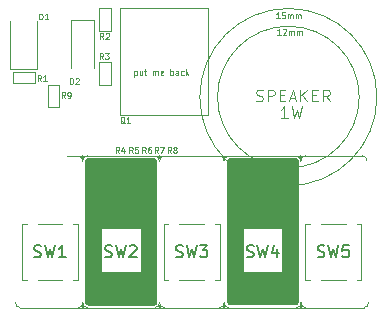
<source format=gbr>
%TF.GenerationSoftware,KiCad,Pcbnew,8.0.7*%
%TF.CreationDate,2025-01-07T22:37:39-03:00*%
%TF.ProjectId,organator,6f726761-6e61-4746-9f72-2e6b69636164,rev?*%
%TF.SameCoordinates,Original*%
%TF.FileFunction,Legend,Top*%
%TF.FilePolarity,Positive*%
%FSLAX46Y46*%
G04 Gerber Fmt 4.6, Leading zero omitted, Abs format (unit mm)*
G04 Created by KiCad (PCBNEW 8.0.7) date 2025-01-07 22:37:39*
%MOMM*%
%LPD*%
G01*
G04 APERTURE LIST*
%ADD10C,0.100000*%
%ADD11C,0.150000*%
%ADD12C,0.125000*%
%ADD13C,0.120000*%
G04 APERTURE END LIST*
D10*
X110508579Y-116475000D02*
X111808579Y-116475000D01*
X111808579Y-120250000D01*
X110508579Y-120250000D01*
X110508579Y-116475000D01*
G36*
X110508579Y-116475000D02*
G01*
X111808579Y-116475000D01*
X111808579Y-120250000D01*
X110508579Y-120250000D01*
X110508579Y-116475000D01*
G37*
X116275000Y-110550000D02*
G75*
G02*
X116475000Y-110750000I0J-200000D01*
G01*
X128475000Y-122712500D02*
G75*
G02*
X128275000Y-122912500I-200000J0D01*
G01*
X110450000Y-122750000D02*
X110450000Y-110750000D01*
X110508579Y-120175000D02*
X116400000Y-120175000D01*
X116400000Y-122891421D01*
X110508579Y-122891421D01*
X110508579Y-120175000D01*
G36*
X110508579Y-120175000D02*
G01*
X116400000Y-120175000D01*
X116400000Y-122891421D01*
X110508579Y-122891421D01*
X110508579Y-120175000D01*
G37*
X110625000Y-122925000D02*
G75*
G02*
X110448200Y-122748231I0J176800D01*
G01*
X128294304Y-110329897D02*
G75*
G02*
X128697797Y-110788779I-17704J-422403D01*
G01*
X116736184Y-122730227D02*
G75*
G02*
X116332743Y-123189088I-421184J-36473D01*
G01*
X110508579Y-110608579D02*
X116375000Y-110608579D01*
X116375000Y-116475000D01*
X110508579Y-116475000D01*
X110508579Y-110608579D01*
G36*
X110508579Y-110608579D02*
G01*
X116375000Y-110608579D01*
X116375000Y-116475000D01*
X110508579Y-116475000D01*
X110508579Y-110608579D01*
G37*
X134075000Y-123200000D02*
X104925000Y-123200000D01*
X116475000Y-110750000D02*
X116475000Y-122725000D01*
X110236184Y-122734370D02*
G75*
G02*
X109832746Y-123193293I-421184J-36530D01*
G01*
X104950000Y-123200000D02*
G75*
G02*
X104546506Y-122741118I17700J422400D01*
G01*
X128475000Y-110737500D02*
X128475000Y-122712500D01*
X115125000Y-116462500D02*
X116425000Y-116462500D01*
X116425000Y-120237500D01*
X115125000Y-120237500D01*
X115125000Y-116462500D01*
G36*
X115125000Y-116462500D02*
G01*
X116425000Y-116462500D01*
X116425000Y-120237500D01*
X115125000Y-120237500D01*
X115125000Y-116462500D01*
G37*
X110650000Y-110550000D02*
X116275000Y-110550000D01*
X108925000Y-110325000D02*
X133900000Y-110325000D01*
X122605696Y-123190960D02*
G75*
G02*
X122202249Y-122732082I17704J422360D01*
G01*
X133901804Y-110329897D02*
G75*
G02*
X134305297Y-110788779I-17704J-422403D01*
G01*
D11*
X116807500Y-110425000D02*
G75*
G02*
X116657500Y-110425000I-75000J0D01*
G01*
X116657500Y-110425000D02*
G75*
G02*
X116807500Y-110425000I75000J0D01*
G01*
D10*
X122450000Y-110737500D02*
G75*
G02*
X122650000Y-110537500I200000J0D01*
G01*
X128275000Y-122912500D02*
X122650000Y-122912500D01*
X116275000Y-122925000D02*
X110650000Y-122925000D01*
X135140000Y-105350000D02*
G75*
G02*
X120140000Y-105350000I-7500000J0D01*
G01*
X120140000Y-105350000D02*
G75*
G02*
X135140000Y-105350000I7500000J0D01*
G01*
X122450000Y-122737500D02*
X122450000Y-110737500D01*
D11*
X110307500Y-123095857D02*
G75*
G02*
X110157500Y-123095857I-75000J0D01*
G01*
X110157500Y-123095857D02*
G75*
G02*
X110307500Y-123095857I75000J0D01*
G01*
D10*
X116728816Y-110786487D02*
G75*
G02*
X117132256Y-110327611I421184J36487D01*
G01*
X122508579Y-116462500D02*
X123808579Y-116462500D01*
X123808579Y-120237500D01*
X122508579Y-120237500D01*
X122508579Y-116462500D01*
G36*
X122508579Y-116462500D02*
G01*
X123808579Y-116462500D01*
X123808579Y-120237500D01*
X122508579Y-120237500D01*
X122508579Y-116462500D01*
G37*
X129113196Y-123190960D02*
G75*
G02*
X128709749Y-122732082I17704J422360D01*
G01*
X127125000Y-116450000D02*
X128425000Y-116450000D01*
X128425000Y-120225000D01*
X127125000Y-120225000D01*
X127125000Y-116450000D01*
G36*
X127125000Y-116450000D02*
G01*
X128425000Y-116450000D01*
X128425000Y-120225000D01*
X127125000Y-120225000D01*
X127125000Y-116450000D01*
G37*
D11*
X116807500Y-123091714D02*
G75*
G02*
X116657500Y-123091714I-75000J0D01*
G01*
X116657500Y-123091714D02*
G75*
G02*
X116807500Y-123091714I75000J0D01*
G01*
D10*
X134428684Y-122734369D02*
G75*
G02*
X134025246Y-123193293I-421184J-36531D01*
G01*
X110221316Y-110786487D02*
G75*
G02*
X110624756Y-110327611I421184J36487D01*
G01*
X109819304Y-110329897D02*
G75*
G02*
X110222797Y-110788779I-17704J-422403D01*
G01*
X117138196Y-123186817D02*
G75*
G02*
X116734688Y-122727934I17704J422417D01*
G01*
D11*
X128782500Y-123095857D02*
G75*
G02*
X128632500Y-123095857I-75000J0D01*
G01*
X128632500Y-123095857D02*
G75*
G02*
X128782500Y-123095857I75000J0D01*
G01*
D10*
X121794304Y-110334040D02*
G75*
G02*
X122197751Y-110792918I-17704J-422360D01*
G01*
X122196316Y-110790630D02*
G75*
G02*
X122599754Y-110331707I421184J36530D01*
G01*
X133640000Y-105350000D02*
G75*
G02*
X121640000Y-105350000I-6000000J0D01*
G01*
X121640000Y-105350000D02*
G75*
G02*
X133640000Y-105350000I6000000J0D01*
G01*
X110638196Y-123190960D02*
G75*
G02*
X110234749Y-122732082I17704J422360D01*
G01*
X128696316Y-110786487D02*
G75*
G02*
X129099756Y-110327611I421184J36487D01*
G01*
D11*
X128775000Y-110425000D02*
G75*
G02*
X128625000Y-110425000I-75000J0D01*
G01*
X128625000Y-110425000D02*
G75*
G02*
X128775000Y-110425000I75000J0D01*
G01*
D10*
X128711184Y-122734370D02*
G75*
G02*
X128307746Y-123193293I-421184J-36530D01*
G01*
X122508579Y-120162500D02*
X128400000Y-120162500D01*
X128400000Y-122878921D01*
X122508579Y-122878921D01*
X122508579Y-120162500D01*
G36*
X122508579Y-120162500D02*
G01*
X128400000Y-120162500D01*
X128400000Y-122878921D01*
X122508579Y-122878921D01*
X122508579Y-120162500D01*
G37*
D11*
X122275000Y-123095857D02*
G75*
G02*
X122125000Y-123095857I-75000J0D01*
G01*
X122125000Y-123095857D02*
G75*
G02*
X122275000Y-123095857I75000J0D01*
G01*
D10*
X122508579Y-110596079D02*
X128375000Y-110596079D01*
X128375000Y-116462500D01*
X122508579Y-116462500D01*
X122508579Y-110596079D01*
G36*
X122508579Y-110596079D02*
G01*
X128375000Y-110596079D01*
X128375000Y-116462500D01*
X122508579Y-116462500D01*
X122508579Y-110596079D01*
G37*
X116326804Y-110329897D02*
G75*
G02*
X116730297Y-110788779I-17704J-422403D01*
G01*
X122625000Y-122912500D02*
G75*
G02*
X122448200Y-122735731I0J176800D01*
G01*
X110450000Y-110750000D02*
G75*
G02*
X110650000Y-110550000I200000J0D01*
G01*
X122650000Y-110537500D02*
X128275000Y-110537500D01*
X128275000Y-110537500D02*
G75*
G02*
X128475000Y-110737500I0J-200000D01*
G01*
X116475000Y-122725000D02*
G75*
G02*
X116275000Y-122925000I-200000J0D01*
G01*
X122203684Y-122734370D02*
G75*
G02*
X121800246Y-123193293I-421184J-36530D01*
G01*
D11*
X110300000Y-110425000D02*
G75*
G02*
X110150000Y-110425000I-75000J0D01*
G01*
X110150000Y-110425000D02*
G75*
G02*
X110300000Y-110425000I75000J0D01*
G01*
X122275000Y-110429143D02*
G75*
G02*
X122125000Y-110429143I-75000J0D01*
G01*
X122125000Y-110429143D02*
G75*
G02*
X122275000Y-110429143I75000J0D01*
G01*
D12*
X115561997Y-110082309D02*
X115395331Y-109844214D01*
X115276283Y-110082309D02*
X115276283Y-109582309D01*
X115276283Y-109582309D02*
X115466759Y-109582309D01*
X115466759Y-109582309D02*
X115514378Y-109606119D01*
X115514378Y-109606119D02*
X115538188Y-109629928D01*
X115538188Y-109629928D02*
X115561997Y-109677547D01*
X115561997Y-109677547D02*
X115561997Y-109748976D01*
X115561997Y-109748976D02*
X115538188Y-109796595D01*
X115538188Y-109796595D02*
X115514378Y-109820404D01*
X115514378Y-109820404D02*
X115466759Y-109844214D01*
X115466759Y-109844214D02*
X115276283Y-109844214D01*
X115990569Y-109582309D02*
X115895331Y-109582309D01*
X115895331Y-109582309D02*
X115847712Y-109606119D01*
X115847712Y-109606119D02*
X115823902Y-109629928D01*
X115823902Y-109629928D02*
X115776283Y-109701357D01*
X115776283Y-109701357D02*
X115752474Y-109796595D01*
X115752474Y-109796595D02*
X115752474Y-109987071D01*
X115752474Y-109987071D02*
X115776283Y-110034690D01*
X115776283Y-110034690D02*
X115800093Y-110058500D01*
X115800093Y-110058500D02*
X115847712Y-110082309D01*
X115847712Y-110082309D02*
X115942950Y-110082309D01*
X115942950Y-110082309D02*
X115990569Y-110058500D01*
X115990569Y-110058500D02*
X116014378Y-110034690D01*
X116014378Y-110034690D02*
X116038188Y-109987071D01*
X116038188Y-109987071D02*
X116038188Y-109868023D01*
X116038188Y-109868023D02*
X116014378Y-109820404D01*
X116014378Y-109820404D02*
X115990569Y-109796595D01*
X115990569Y-109796595D02*
X115942950Y-109772785D01*
X115942950Y-109772785D02*
X115847712Y-109772785D01*
X115847712Y-109772785D02*
X115800093Y-109796595D01*
X115800093Y-109796595D02*
X115776283Y-109820404D01*
X115776283Y-109820404D02*
X115752474Y-109868023D01*
X113311997Y-110082309D02*
X113145331Y-109844214D01*
X113026283Y-110082309D02*
X113026283Y-109582309D01*
X113026283Y-109582309D02*
X113216759Y-109582309D01*
X113216759Y-109582309D02*
X113264378Y-109606119D01*
X113264378Y-109606119D02*
X113288188Y-109629928D01*
X113288188Y-109629928D02*
X113311997Y-109677547D01*
X113311997Y-109677547D02*
X113311997Y-109748976D01*
X113311997Y-109748976D02*
X113288188Y-109796595D01*
X113288188Y-109796595D02*
X113264378Y-109820404D01*
X113264378Y-109820404D02*
X113216759Y-109844214D01*
X113216759Y-109844214D02*
X113026283Y-109844214D01*
X113740569Y-109748976D02*
X113740569Y-110082309D01*
X113621521Y-109558500D02*
X113502474Y-109915642D01*
X113502474Y-109915642D02*
X113811997Y-109915642D01*
D10*
X127577693Y-107122419D02*
X127006265Y-107122419D01*
X127291979Y-107122419D02*
X127291979Y-106122419D01*
X127291979Y-106122419D02*
X127196741Y-106265276D01*
X127196741Y-106265276D02*
X127101503Y-106360514D01*
X127101503Y-106360514D02*
X127006265Y-106408133D01*
X127911027Y-106122419D02*
X128149122Y-107122419D01*
X128149122Y-107122419D02*
X128339598Y-106408133D01*
X128339598Y-106408133D02*
X128530074Y-107122419D01*
X128530074Y-107122419D02*
X128768170Y-106122419D01*
D12*
X106686997Y-103982309D02*
X106520331Y-103744214D01*
X106401283Y-103982309D02*
X106401283Y-103482309D01*
X106401283Y-103482309D02*
X106591759Y-103482309D01*
X106591759Y-103482309D02*
X106639378Y-103506119D01*
X106639378Y-103506119D02*
X106663188Y-103529928D01*
X106663188Y-103529928D02*
X106686997Y-103577547D01*
X106686997Y-103577547D02*
X106686997Y-103648976D01*
X106686997Y-103648976D02*
X106663188Y-103696595D01*
X106663188Y-103696595D02*
X106639378Y-103720404D01*
X106639378Y-103720404D02*
X106591759Y-103744214D01*
X106591759Y-103744214D02*
X106401283Y-103744214D01*
X107163188Y-103982309D02*
X106877474Y-103982309D01*
X107020331Y-103982309D02*
X107020331Y-103482309D01*
X107020331Y-103482309D02*
X106972712Y-103553738D01*
X106972712Y-103553738D02*
X106925093Y-103601357D01*
X106925093Y-103601357D02*
X106877474Y-103625166D01*
X109151283Y-104232309D02*
X109151283Y-103732309D01*
X109151283Y-103732309D02*
X109270331Y-103732309D01*
X109270331Y-103732309D02*
X109341759Y-103756119D01*
X109341759Y-103756119D02*
X109389378Y-103803738D01*
X109389378Y-103803738D02*
X109413188Y-103851357D01*
X109413188Y-103851357D02*
X109436997Y-103946595D01*
X109436997Y-103946595D02*
X109436997Y-104018023D01*
X109436997Y-104018023D02*
X109413188Y-104113261D01*
X109413188Y-104113261D02*
X109389378Y-104160880D01*
X109389378Y-104160880D02*
X109341759Y-104208500D01*
X109341759Y-104208500D02*
X109270331Y-104232309D01*
X109270331Y-104232309D02*
X109151283Y-104232309D01*
X109627474Y-103779928D02*
X109651283Y-103756119D01*
X109651283Y-103756119D02*
X109698902Y-103732309D01*
X109698902Y-103732309D02*
X109817950Y-103732309D01*
X109817950Y-103732309D02*
X109865569Y-103756119D01*
X109865569Y-103756119D02*
X109889378Y-103779928D01*
X109889378Y-103779928D02*
X109913188Y-103827547D01*
X109913188Y-103827547D02*
X109913188Y-103875166D01*
X109913188Y-103875166D02*
X109889378Y-103946595D01*
X109889378Y-103946595D02*
X109603664Y-104232309D01*
X109603664Y-104232309D02*
X109913188Y-104232309D01*
X111986997Y-100432309D02*
X111820331Y-100194214D01*
X111701283Y-100432309D02*
X111701283Y-99932309D01*
X111701283Y-99932309D02*
X111891759Y-99932309D01*
X111891759Y-99932309D02*
X111939378Y-99956119D01*
X111939378Y-99956119D02*
X111963188Y-99979928D01*
X111963188Y-99979928D02*
X111986997Y-100027547D01*
X111986997Y-100027547D02*
X111986997Y-100098976D01*
X111986997Y-100098976D02*
X111963188Y-100146595D01*
X111963188Y-100146595D02*
X111939378Y-100170404D01*
X111939378Y-100170404D02*
X111891759Y-100194214D01*
X111891759Y-100194214D02*
X111701283Y-100194214D01*
X112177474Y-99979928D02*
X112201283Y-99956119D01*
X112201283Y-99956119D02*
X112248902Y-99932309D01*
X112248902Y-99932309D02*
X112367950Y-99932309D01*
X112367950Y-99932309D02*
X112415569Y-99956119D01*
X112415569Y-99956119D02*
X112439378Y-99979928D01*
X112439378Y-99979928D02*
X112463188Y-100027547D01*
X112463188Y-100027547D02*
X112463188Y-100075166D01*
X112463188Y-100075166D02*
X112439378Y-100146595D01*
X112439378Y-100146595D02*
X112153664Y-100432309D01*
X112153664Y-100432309D02*
X112463188Y-100432309D01*
X111936997Y-102132309D02*
X111770331Y-101894214D01*
X111651283Y-102132309D02*
X111651283Y-101632309D01*
X111651283Y-101632309D02*
X111841759Y-101632309D01*
X111841759Y-101632309D02*
X111889378Y-101656119D01*
X111889378Y-101656119D02*
X111913188Y-101679928D01*
X111913188Y-101679928D02*
X111936997Y-101727547D01*
X111936997Y-101727547D02*
X111936997Y-101798976D01*
X111936997Y-101798976D02*
X111913188Y-101846595D01*
X111913188Y-101846595D02*
X111889378Y-101870404D01*
X111889378Y-101870404D02*
X111841759Y-101894214D01*
X111841759Y-101894214D02*
X111651283Y-101894214D01*
X112103664Y-101632309D02*
X112413188Y-101632309D01*
X112413188Y-101632309D02*
X112246521Y-101822785D01*
X112246521Y-101822785D02*
X112317950Y-101822785D01*
X112317950Y-101822785D02*
X112365569Y-101846595D01*
X112365569Y-101846595D02*
X112389378Y-101870404D01*
X112389378Y-101870404D02*
X112413188Y-101918023D01*
X112413188Y-101918023D02*
X112413188Y-102037071D01*
X112413188Y-102037071D02*
X112389378Y-102084690D01*
X112389378Y-102084690D02*
X112365569Y-102108500D01*
X112365569Y-102108500D02*
X112317950Y-102132309D01*
X112317950Y-102132309D02*
X112175093Y-102132309D01*
X112175093Y-102132309D02*
X112127474Y-102108500D01*
X112127474Y-102108500D02*
X112103664Y-102084690D01*
D10*
X126996741Y-100058609D02*
X126711027Y-100058609D01*
X126853884Y-100058609D02*
X126853884Y-99558609D01*
X126853884Y-99558609D02*
X126806265Y-99630038D01*
X126806265Y-99630038D02*
X126758646Y-99677657D01*
X126758646Y-99677657D02*
X126711027Y-99701466D01*
X127187217Y-99606228D02*
X127211026Y-99582419D01*
X127211026Y-99582419D02*
X127258645Y-99558609D01*
X127258645Y-99558609D02*
X127377693Y-99558609D01*
X127377693Y-99558609D02*
X127425312Y-99582419D01*
X127425312Y-99582419D02*
X127449121Y-99606228D01*
X127449121Y-99606228D02*
X127472931Y-99653847D01*
X127472931Y-99653847D02*
X127472931Y-99701466D01*
X127472931Y-99701466D02*
X127449121Y-99772895D01*
X127449121Y-99772895D02*
X127163407Y-100058609D01*
X127163407Y-100058609D02*
X127472931Y-100058609D01*
X127687216Y-100058609D02*
X127687216Y-99725276D01*
X127687216Y-99772895D02*
X127711026Y-99749085D01*
X127711026Y-99749085D02*
X127758645Y-99725276D01*
X127758645Y-99725276D02*
X127830073Y-99725276D01*
X127830073Y-99725276D02*
X127877692Y-99749085D01*
X127877692Y-99749085D02*
X127901502Y-99796704D01*
X127901502Y-99796704D02*
X127901502Y-100058609D01*
X127901502Y-99796704D02*
X127925311Y-99749085D01*
X127925311Y-99749085D02*
X127972930Y-99725276D01*
X127972930Y-99725276D02*
X128044359Y-99725276D01*
X128044359Y-99725276D02*
X128091978Y-99749085D01*
X128091978Y-99749085D02*
X128115788Y-99796704D01*
X128115788Y-99796704D02*
X128115788Y-100058609D01*
X128353883Y-100058609D02*
X128353883Y-99725276D01*
X128353883Y-99772895D02*
X128377693Y-99749085D01*
X128377693Y-99749085D02*
X128425312Y-99725276D01*
X128425312Y-99725276D02*
X128496740Y-99725276D01*
X128496740Y-99725276D02*
X128544359Y-99749085D01*
X128544359Y-99749085D02*
X128568169Y-99796704D01*
X128568169Y-99796704D02*
X128568169Y-100058609D01*
X128568169Y-99796704D02*
X128591978Y-99749085D01*
X128591978Y-99749085D02*
X128639597Y-99725276D01*
X128639597Y-99725276D02*
X128711026Y-99725276D01*
X128711026Y-99725276D02*
X128758645Y-99749085D01*
X128758645Y-99749085D02*
X128782455Y-99796704D01*
X128782455Y-99796704D02*
X128782455Y-100058609D01*
D12*
X108736997Y-105432309D02*
X108570331Y-105194214D01*
X108451283Y-105432309D02*
X108451283Y-104932309D01*
X108451283Y-104932309D02*
X108641759Y-104932309D01*
X108641759Y-104932309D02*
X108689378Y-104956119D01*
X108689378Y-104956119D02*
X108713188Y-104979928D01*
X108713188Y-104979928D02*
X108736997Y-105027547D01*
X108736997Y-105027547D02*
X108736997Y-105098976D01*
X108736997Y-105098976D02*
X108713188Y-105146595D01*
X108713188Y-105146595D02*
X108689378Y-105170404D01*
X108689378Y-105170404D02*
X108641759Y-105194214D01*
X108641759Y-105194214D02*
X108451283Y-105194214D01*
X108975093Y-105432309D02*
X109070331Y-105432309D01*
X109070331Y-105432309D02*
X109117950Y-105408500D01*
X109117950Y-105408500D02*
X109141759Y-105384690D01*
X109141759Y-105384690D02*
X109189378Y-105313261D01*
X109189378Y-105313261D02*
X109213188Y-105218023D01*
X109213188Y-105218023D02*
X109213188Y-105027547D01*
X109213188Y-105027547D02*
X109189378Y-104979928D01*
X109189378Y-104979928D02*
X109165569Y-104956119D01*
X109165569Y-104956119D02*
X109117950Y-104932309D01*
X109117950Y-104932309D02*
X109022712Y-104932309D01*
X109022712Y-104932309D02*
X108975093Y-104956119D01*
X108975093Y-104956119D02*
X108951283Y-104979928D01*
X108951283Y-104979928D02*
X108927474Y-105027547D01*
X108927474Y-105027547D02*
X108927474Y-105146595D01*
X108927474Y-105146595D02*
X108951283Y-105194214D01*
X108951283Y-105194214D02*
X108975093Y-105218023D01*
X108975093Y-105218023D02*
X109022712Y-105241833D01*
X109022712Y-105241833D02*
X109117950Y-105241833D01*
X109117950Y-105241833D02*
X109165569Y-105218023D01*
X109165569Y-105218023D02*
X109189378Y-105194214D01*
X109189378Y-105194214D02*
X109213188Y-105146595D01*
X114461997Y-110082309D02*
X114295331Y-109844214D01*
X114176283Y-110082309D02*
X114176283Y-109582309D01*
X114176283Y-109582309D02*
X114366759Y-109582309D01*
X114366759Y-109582309D02*
X114414378Y-109606119D01*
X114414378Y-109606119D02*
X114438188Y-109629928D01*
X114438188Y-109629928D02*
X114461997Y-109677547D01*
X114461997Y-109677547D02*
X114461997Y-109748976D01*
X114461997Y-109748976D02*
X114438188Y-109796595D01*
X114438188Y-109796595D02*
X114414378Y-109820404D01*
X114414378Y-109820404D02*
X114366759Y-109844214D01*
X114366759Y-109844214D02*
X114176283Y-109844214D01*
X114914378Y-109582309D02*
X114676283Y-109582309D01*
X114676283Y-109582309D02*
X114652474Y-109820404D01*
X114652474Y-109820404D02*
X114676283Y-109796595D01*
X114676283Y-109796595D02*
X114723902Y-109772785D01*
X114723902Y-109772785D02*
X114842950Y-109772785D01*
X114842950Y-109772785D02*
X114890569Y-109796595D01*
X114890569Y-109796595D02*
X114914378Y-109820404D01*
X114914378Y-109820404D02*
X114938188Y-109868023D01*
X114938188Y-109868023D02*
X114938188Y-109987071D01*
X114938188Y-109987071D02*
X114914378Y-110034690D01*
X114914378Y-110034690D02*
X114890569Y-110058500D01*
X114890569Y-110058500D02*
X114842950Y-110082309D01*
X114842950Y-110082309D02*
X114723902Y-110082309D01*
X114723902Y-110082309D02*
X114676283Y-110058500D01*
X114676283Y-110058500D02*
X114652474Y-110034690D01*
X116611997Y-110082309D02*
X116445331Y-109844214D01*
X116326283Y-110082309D02*
X116326283Y-109582309D01*
X116326283Y-109582309D02*
X116516759Y-109582309D01*
X116516759Y-109582309D02*
X116564378Y-109606119D01*
X116564378Y-109606119D02*
X116588188Y-109629928D01*
X116588188Y-109629928D02*
X116611997Y-109677547D01*
X116611997Y-109677547D02*
X116611997Y-109748976D01*
X116611997Y-109748976D02*
X116588188Y-109796595D01*
X116588188Y-109796595D02*
X116564378Y-109820404D01*
X116564378Y-109820404D02*
X116516759Y-109844214D01*
X116516759Y-109844214D02*
X116326283Y-109844214D01*
X116778664Y-109582309D02*
X117111997Y-109582309D01*
X117111997Y-109582309D02*
X116897712Y-110082309D01*
X114601283Y-103148976D02*
X114601283Y-103648976D01*
X114601283Y-103172785D02*
X114648902Y-103148976D01*
X114648902Y-103148976D02*
X114744140Y-103148976D01*
X114744140Y-103148976D02*
X114791759Y-103172785D01*
X114791759Y-103172785D02*
X114815569Y-103196595D01*
X114815569Y-103196595D02*
X114839378Y-103244214D01*
X114839378Y-103244214D02*
X114839378Y-103387071D01*
X114839378Y-103387071D02*
X114815569Y-103434690D01*
X114815569Y-103434690D02*
X114791759Y-103458500D01*
X114791759Y-103458500D02*
X114744140Y-103482309D01*
X114744140Y-103482309D02*
X114648902Y-103482309D01*
X114648902Y-103482309D02*
X114601283Y-103458500D01*
X115267950Y-103148976D02*
X115267950Y-103482309D01*
X115053664Y-103148976D02*
X115053664Y-103410880D01*
X115053664Y-103410880D02*
X115077474Y-103458500D01*
X115077474Y-103458500D02*
X115125093Y-103482309D01*
X115125093Y-103482309D02*
X115196521Y-103482309D01*
X115196521Y-103482309D02*
X115244140Y-103458500D01*
X115244140Y-103458500D02*
X115267950Y-103434690D01*
X115434617Y-103148976D02*
X115625093Y-103148976D01*
X115506045Y-102982309D02*
X115506045Y-103410880D01*
X115506045Y-103410880D02*
X115529855Y-103458500D01*
X115529855Y-103458500D02*
X115577474Y-103482309D01*
X115577474Y-103482309D02*
X115625093Y-103482309D01*
X116172711Y-103482309D02*
X116172711Y-103148976D01*
X116172711Y-103196595D02*
X116196521Y-103172785D01*
X116196521Y-103172785D02*
X116244140Y-103148976D01*
X116244140Y-103148976D02*
X116315568Y-103148976D01*
X116315568Y-103148976D02*
X116363187Y-103172785D01*
X116363187Y-103172785D02*
X116386997Y-103220404D01*
X116386997Y-103220404D02*
X116386997Y-103482309D01*
X116386997Y-103220404D02*
X116410806Y-103172785D01*
X116410806Y-103172785D02*
X116458425Y-103148976D01*
X116458425Y-103148976D02*
X116529854Y-103148976D01*
X116529854Y-103148976D02*
X116577473Y-103172785D01*
X116577473Y-103172785D02*
X116601283Y-103220404D01*
X116601283Y-103220404D02*
X116601283Y-103482309D01*
X117029854Y-103458500D02*
X116982235Y-103482309D01*
X116982235Y-103482309D02*
X116886997Y-103482309D01*
X116886997Y-103482309D02*
X116839378Y-103458500D01*
X116839378Y-103458500D02*
X116815569Y-103410880D01*
X116815569Y-103410880D02*
X116815569Y-103220404D01*
X116815569Y-103220404D02*
X116839378Y-103172785D01*
X116839378Y-103172785D02*
X116886997Y-103148976D01*
X116886997Y-103148976D02*
X116982235Y-103148976D01*
X116982235Y-103148976D02*
X117029854Y-103172785D01*
X117029854Y-103172785D02*
X117053664Y-103220404D01*
X117053664Y-103220404D02*
X117053664Y-103268023D01*
X117053664Y-103268023D02*
X116815569Y-103315642D01*
X117648901Y-103482309D02*
X117648901Y-102982309D01*
X117648901Y-103172785D02*
X117696520Y-103148976D01*
X117696520Y-103148976D02*
X117791758Y-103148976D01*
X117791758Y-103148976D02*
X117839377Y-103172785D01*
X117839377Y-103172785D02*
X117863187Y-103196595D01*
X117863187Y-103196595D02*
X117886996Y-103244214D01*
X117886996Y-103244214D02*
X117886996Y-103387071D01*
X117886996Y-103387071D02*
X117863187Y-103434690D01*
X117863187Y-103434690D02*
X117839377Y-103458500D01*
X117839377Y-103458500D02*
X117791758Y-103482309D01*
X117791758Y-103482309D02*
X117696520Y-103482309D01*
X117696520Y-103482309D02*
X117648901Y-103458500D01*
X118315568Y-103482309D02*
X118315568Y-103220404D01*
X118315568Y-103220404D02*
X118291758Y-103172785D01*
X118291758Y-103172785D02*
X118244139Y-103148976D01*
X118244139Y-103148976D02*
X118148901Y-103148976D01*
X118148901Y-103148976D02*
X118101282Y-103172785D01*
X118315568Y-103458500D02*
X118267949Y-103482309D01*
X118267949Y-103482309D02*
X118148901Y-103482309D01*
X118148901Y-103482309D02*
X118101282Y-103458500D01*
X118101282Y-103458500D02*
X118077473Y-103410880D01*
X118077473Y-103410880D02*
X118077473Y-103363261D01*
X118077473Y-103363261D02*
X118101282Y-103315642D01*
X118101282Y-103315642D02*
X118148901Y-103291833D01*
X118148901Y-103291833D02*
X118267949Y-103291833D01*
X118267949Y-103291833D02*
X118315568Y-103268023D01*
X118767949Y-103458500D02*
X118720330Y-103482309D01*
X118720330Y-103482309D02*
X118625092Y-103482309D01*
X118625092Y-103482309D02*
X118577473Y-103458500D01*
X118577473Y-103458500D02*
X118553663Y-103434690D01*
X118553663Y-103434690D02*
X118529854Y-103387071D01*
X118529854Y-103387071D02*
X118529854Y-103244214D01*
X118529854Y-103244214D02*
X118553663Y-103196595D01*
X118553663Y-103196595D02*
X118577473Y-103172785D01*
X118577473Y-103172785D02*
X118625092Y-103148976D01*
X118625092Y-103148976D02*
X118720330Y-103148976D01*
X118720330Y-103148976D02*
X118767949Y-103172785D01*
X118982234Y-103482309D02*
X118982234Y-102982309D01*
X119029853Y-103291833D02*
X119172710Y-103482309D01*
X119172710Y-103148976D02*
X118982234Y-103339452D01*
D10*
X124896265Y-105674800D02*
X125039122Y-105722419D01*
X125039122Y-105722419D02*
X125277217Y-105722419D01*
X125277217Y-105722419D02*
X125372455Y-105674800D01*
X125372455Y-105674800D02*
X125420074Y-105627180D01*
X125420074Y-105627180D02*
X125467693Y-105531942D01*
X125467693Y-105531942D02*
X125467693Y-105436704D01*
X125467693Y-105436704D02*
X125420074Y-105341466D01*
X125420074Y-105341466D02*
X125372455Y-105293847D01*
X125372455Y-105293847D02*
X125277217Y-105246228D01*
X125277217Y-105246228D02*
X125086741Y-105198609D01*
X125086741Y-105198609D02*
X124991503Y-105150990D01*
X124991503Y-105150990D02*
X124943884Y-105103371D01*
X124943884Y-105103371D02*
X124896265Y-105008133D01*
X124896265Y-105008133D02*
X124896265Y-104912895D01*
X124896265Y-104912895D02*
X124943884Y-104817657D01*
X124943884Y-104817657D02*
X124991503Y-104770038D01*
X124991503Y-104770038D02*
X125086741Y-104722419D01*
X125086741Y-104722419D02*
X125324836Y-104722419D01*
X125324836Y-104722419D02*
X125467693Y-104770038D01*
X125896265Y-105722419D02*
X125896265Y-104722419D01*
X125896265Y-104722419D02*
X126277217Y-104722419D01*
X126277217Y-104722419D02*
X126372455Y-104770038D01*
X126372455Y-104770038D02*
X126420074Y-104817657D01*
X126420074Y-104817657D02*
X126467693Y-104912895D01*
X126467693Y-104912895D02*
X126467693Y-105055752D01*
X126467693Y-105055752D02*
X126420074Y-105150990D01*
X126420074Y-105150990D02*
X126372455Y-105198609D01*
X126372455Y-105198609D02*
X126277217Y-105246228D01*
X126277217Y-105246228D02*
X125896265Y-105246228D01*
X126896265Y-105198609D02*
X127229598Y-105198609D01*
X127372455Y-105722419D02*
X126896265Y-105722419D01*
X126896265Y-105722419D02*
X126896265Y-104722419D01*
X126896265Y-104722419D02*
X127372455Y-104722419D01*
X127753408Y-105436704D02*
X128229598Y-105436704D01*
X127658170Y-105722419D02*
X127991503Y-104722419D01*
X127991503Y-104722419D02*
X128324836Y-105722419D01*
X128658170Y-105722419D02*
X128658170Y-104722419D01*
X129229598Y-105722419D02*
X128801027Y-105150990D01*
X129229598Y-104722419D02*
X128658170Y-105293847D01*
X129658170Y-105198609D02*
X129991503Y-105198609D01*
X130134360Y-105722419D02*
X129658170Y-105722419D01*
X129658170Y-105722419D02*
X129658170Y-104722419D01*
X129658170Y-104722419D02*
X130134360Y-104722419D01*
X131134360Y-105722419D02*
X130801027Y-105246228D01*
X130562932Y-105722419D02*
X130562932Y-104722419D01*
X130562932Y-104722419D02*
X130943884Y-104722419D01*
X130943884Y-104722419D02*
X131039122Y-104770038D01*
X131039122Y-104770038D02*
X131086741Y-104817657D01*
X131086741Y-104817657D02*
X131134360Y-104912895D01*
X131134360Y-104912895D02*
X131134360Y-105055752D01*
X131134360Y-105055752D02*
X131086741Y-105150990D01*
X131086741Y-105150990D02*
X131039122Y-105198609D01*
X131039122Y-105198609D02*
X130943884Y-105246228D01*
X130943884Y-105246228D02*
X130562932Y-105246228D01*
D12*
X117711997Y-110082309D02*
X117545331Y-109844214D01*
X117426283Y-110082309D02*
X117426283Y-109582309D01*
X117426283Y-109582309D02*
X117616759Y-109582309D01*
X117616759Y-109582309D02*
X117664378Y-109606119D01*
X117664378Y-109606119D02*
X117688188Y-109629928D01*
X117688188Y-109629928D02*
X117711997Y-109677547D01*
X117711997Y-109677547D02*
X117711997Y-109748976D01*
X117711997Y-109748976D02*
X117688188Y-109796595D01*
X117688188Y-109796595D02*
X117664378Y-109820404D01*
X117664378Y-109820404D02*
X117616759Y-109844214D01*
X117616759Y-109844214D02*
X117426283Y-109844214D01*
X117997712Y-109796595D02*
X117950093Y-109772785D01*
X117950093Y-109772785D02*
X117926283Y-109748976D01*
X117926283Y-109748976D02*
X117902474Y-109701357D01*
X117902474Y-109701357D02*
X117902474Y-109677547D01*
X117902474Y-109677547D02*
X117926283Y-109629928D01*
X117926283Y-109629928D02*
X117950093Y-109606119D01*
X117950093Y-109606119D02*
X117997712Y-109582309D01*
X117997712Y-109582309D02*
X118092950Y-109582309D01*
X118092950Y-109582309D02*
X118140569Y-109606119D01*
X118140569Y-109606119D02*
X118164378Y-109629928D01*
X118164378Y-109629928D02*
X118188188Y-109677547D01*
X118188188Y-109677547D02*
X118188188Y-109701357D01*
X118188188Y-109701357D02*
X118164378Y-109748976D01*
X118164378Y-109748976D02*
X118140569Y-109772785D01*
X118140569Y-109772785D02*
X118092950Y-109796595D01*
X118092950Y-109796595D02*
X117997712Y-109796595D01*
X117997712Y-109796595D02*
X117950093Y-109820404D01*
X117950093Y-109820404D02*
X117926283Y-109844214D01*
X117926283Y-109844214D02*
X117902474Y-109891833D01*
X117902474Y-109891833D02*
X117902474Y-109987071D01*
X117902474Y-109987071D02*
X117926283Y-110034690D01*
X117926283Y-110034690D02*
X117950093Y-110058500D01*
X117950093Y-110058500D02*
X117997712Y-110082309D01*
X117997712Y-110082309D02*
X118092950Y-110082309D01*
X118092950Y-110082309D02*
X118140569Y-110058500D01*
X118140569Y-110058500D02*
X118164378Y-110034690D01*
X118164378Y-110034690D02*
X118188188Y-109987071D01*
X118188188Y-109987071D02*
X118188188Y-109891833D01*
X118188188Y-109891833D02*
X118164378Y-109844214D01*
X118164378Y-109844214D02*
X118140569Y-109820404D01*
X118140569Y-109820404D02*
X118092950Y-109796595D01*
D10*
X126896741Y-98683609D02*
X126611027Y-98683609D01*
X126753884Y-98683609D02*
X126753884Y-98183609D01*
X126753884Y-98183609D02*
X126706265Y-98255038D01*
X126706265Y-98255038D02*
X126658646Y-98302657D01*
X126658646Y-98302657D02*
X126611027Y-98326466D01*
X127349121Y-98183609D02*
X127111026Y-98183609D01*
X127111026Y-98183609D02*
X127087217Y-98421704D01*
X127087217Y-98421704D02*
X127111026Y-98397895D01*
X127111026Y-98397895D02*
X127158645Y-98374085D01*
X127158645Y-98374085D02*
X127277693Y-98374085D01*
X127277693Y-98374085D02*
X127325312Y-98397895D01*
X127325312Y-98397895D02*
X127349121Y-98421704D01*
X127349121Y-98421704D02*
X127372931Y-98469323D01*
X127372931Y-98469323D02*
X127372931Y-98588371D01*
X127372931Y-98588371D02*
X127349121Y-98635990D01*
X127349121Y-98635990D02*
X127325312Y-98659800D01*
X127325312Y-98659800D02*
X127277693Y-98683609D01*
X127277693Y-98683609D02*
X127158645Y-98683609D01*
X127158645Y-98683609D02*
X127111026Y-98659800D01*
X127111026Y-98659800D02*
X127087217Y-98635990D01*
X127587216Y-98683609D02*
X127587216Y-98350276D01*
X127587216Y-98397895D02*
X127611026Y-98374085D01*
X127611026Y-98374085D02*
X127658645Y-98350276D01*
X127658645Y-98350276D02*
X127730073Y-98350276D01*
X127730073Y-98350276D02*
X127777692Y-98374085D01*
X127777692Y-98374085D02*
X127801502Y-98421704D01*
X127801502Y-98421704D02*
X127801502Y-98683609D01*
X127801502Y-98421704D02*
X127825311Y-98374085D01*
X127825311Y-98374085D02*
X127872930Y-98350276D01*
X127872930Y-98350276D02*
X127944359Y-98350276D01*
X127944359Y-98350276D02*
X127991978Y-98374085D01*
X127991978Y-98374085D02*
X128015788Y-98421704D01*
X128015788Y-98421704D02*
X128015788Y-98683609D01*
X128253883Y-98683609D02*
X128253883Y-98350276D01*
X128253883Y-98397895D02*
X128277693Y-98374085D01*
X128277693Y-98374085D02*
X128325312Y-98350276D01*
X128325312Y-98350276D02*
X128396740Y-98350276D01*
X128396740Y-98350276D02*
X128444359Y-98374085D01*
X128444359Y-98374085D02*
X128468169Y-98421704D01*
X128468169Y-98421704D02*
X128468169Y-98683609D01*
X128468169Y-98421704D02*
X128491978Y-98374085D01*
X128491978Y-98374085D02*
X128539597Y-98350276D01*
X128539597Y-98350276D02*
X128611026Y-98350276D01*
X128611026Y-98350276D02*
X128658645Y-98374085D01*
X128658645Y-98374085D02*
X128682455Y-98421704D01*
X128682455Y-98421704D02*
X128682455Y-98683609D01*
D12*
X113784616Y-107579928D02*
X113736997Y-107556119D01*
X113736997Y-107556119D02*
X113689378Y-107508500D01*
X113689378Y-107508500D02*
X113617950Y-107437071D01*
X113617950Y-107437071D02*
X113570331Y-107413261D01*
X113570331Y-107413261D02*
X113522712Y-107413261D01*
X113546521Y-107532309D02*
X113498902Y-107508500D01*
X113498902Y-107508500D02*
X113451283Y-107460880D01*
X113451283Y-107460880D02*
X113427474Y-107365642D01*
X113427474Y-107365642D02*
X113427474Y-107198976D01*
X113427474Y-107198976D02*
X113451283Y-107103738D01*
X113451283Y-107103738D02*
X113498902Y-107056119D01*
X113498902Y-107056119D02*
X113546521Y-107032309D01*
X113546521Y-107032309D02*
X113641759Y-107032309D01*
X113641759Y-107032309D02*
X113689378Y-107056119D01*
X113689378Y-107056119D02*
X113736997Y-107103738D01*
X113736997Y-107103738D02*
X113760807Y-107198976D01*
X113760807Y-107198976D02*
X113760807Y-107365642D01*
X113760807Y-107365642D02*
X113736997Y-107460880D01*
X113736997Y-107460880D02*
X113689378Y-107508500D01*
X113689378Y-107508500D02*
X113641759Y-107532309D01*
X113641759Y-107532309D02*
X113546521Y-107532309D01*
X114236998Y-107532309D02*
X113951284Y-107532309D01*
X114094141Y-107532309D02*
X114094141Y-107032309D01*
X114094141Y-107032309D02*
X114046522Y-107103738D01*
X114046522Y-107103738D02*
X113998903Y-107151357D01*
X113998903Y-107151357D02*
X113951284Y-107175166D01*
X106551283Y-98782309D02*
X106551283Y-98282309D01*
X106551283Y-98282309D02*
X106670331Y-98282309D01*
X106670331Y-98282309D02*
X106741759Y-98306119D01*
X106741759Y-98306119D02*
X106789378Y-98353738D01*
X106789378Y-98353738D02*
X106813188Y-98401357D01*
X106813188Y-98401357D02*
X106836997Y-98496595D01*
X106836997Y-98496595D02*
X106836997Y-98568023D01*
X106836997Y-98568023D02*
X106813188Y-98663261D01*
X106813188Y-98663261D02*
X106789378Y-98710880D01*
X106789378Y-98710880D02*
X106741759Y-98758500D01*
X106741759Y-98758500D02*
X106670331Y-98782309D01*
X106670331Y-98782309D02*
X106551283Y-98782309D01*
X107313188Y-98782309D02*
X107027474Y-98782309D01*
X107170331Y-98782309D02*
X107170331Y-98282309D01*
X107170331Y-98282309D02*
X107122712Y-98353738D01*
X107122712Y-98353738D02*
X107075093Y-98401357D01*
X107075093Y-98401357D02*
X107027474Y-98425166D01*
D11*
X115901319Y-111856666D02*
X115425128Y-112189999D01*
X115901319Y-112428094D02*
X114901319Y-112428094D01*
X114901319Y-112428094D02*
X114901319Y-112047142D01*
X114901319Y-112047142D02*
X114948938Y-111951904D01*
X114948938Y-111951904D02*
X114996557Y-111904285D01*
X114996557Y-111904285D02*
X115091795Y-111856666D01*
X115091795Y-111856666D02*
X115234652Y-111856666D01*
X115234652Y-111856666D02*
X115329890Y-111904285D01*
X115329890Y-111904285D02*
X115377509Y-111951904D01*
X115377509Y-111951904D02*
X115425128Y-112047142D01*
X115425128Y-112047142D02*
X115425128Y-112428094D01*
X114901319Y-111523332D02*
X114901319Y-110856666D01*
X114901319Y-110856666D02*
X115901319Y-111285237D01*
X112116667Y-118857200D02*
X112259524Y-118904819D01*
X112259524Y-118904819D02*
X112497619Y-118904819D01*
X112497619Y-118904819D02*
X112592857Y-118857200D01*
X112592857Y-118857200D02*
X112640476Y-118809580D01*
X112640476Y-118809580D02*
X112688095Y-118714342D01*
X112688095Y-118714342D02*
X112688095Y-118619104D01*
X112688095Y-118619104D02*
X112640476Y-118523866D01*
X112640476Y-118523866D02*
X112592857Y-118476247D01*
X112592857Y-118476247D02*
X112497619Y-118428628D01*
X112497619Y-118428628D02*
X112307143Y-118381009D01*
X112307143Y-118381009D02*
X112211905Y-118333390D01*
X112211905Y-118333390D02*
X112164286Y-118285771D01*
X112164286Y-118285771D02*
X112116667Y-118190533D01*
X112116667Y-118190533D02*
X112116667Y-118095295D01*
X112116667Y-118095295D02*
X112164286Y-118000057D01*
X112164286Y-118000057D02*
X112211905Y-117952438D01*
X112211905Y-117952438D02*
X112307143Y-117904819D01*
X112307143Y-117904819D02*
X112545238Y-117904819D01*
X112545238Y-117904819D02*
X112688095Y-117952438D01*
X113021429Y-117904819D02*
X113259524Y-118904819D01*
X113259524Y-118904819D02*
X113450000Y-118190533D01*
X113450000Y-118190533D02*
X113640476Y-118904819D01*
X113640476Y-118904819D02*
X113878572Y-117904819D01*
X114211905Y-118000057D02*
X114259524Y-117952438D01*
X114259524Y-117952438D02*
X114354762Y-117904819D01*
X114354762Y-117904819D02*
X114592857Y-117904819D01*
X114592857Y-117904819D02*
X114688095Y-117952438D01*
X114688095Y-117952438D02*
X114735714Y-118000057D01*
X114735714Y-118000057D02*
X114783333Y-118095295D01*
X114783333Y-118095295D02*
X114783333Y-118190533D01*
X114783333Y-118190533D02*
X114735714Y-118333390D01*
X114735714Y-118333390D02*
X114164286Y-118904819D01*
X114164286Y-118904819D02*
X114783333Y-118904819D01*
X130116667Y-118857200D02*
X130259524Y-118904819D01*
X130259524Y-118904819D02*
X130497619Y-118904819D01*
X130497619Y-118904819D02*
X130592857Y-118857200D01*
X130592857Y-118857200D02*
X130640476Y-118809580D01*
X130640476Y-118809580D02*
X130688095Y-118714342D01*
X130688095Y-118714342D02*
X130688095Y-118619104D01*
X130688095Y-118619104D02*
X130640476Y-118523866D01*
X130640476Y-118523866D02*
X130592857Y-118476247D01*
X130592857Y-118476247D02*
X130497619Y-118428628D01*
X130497619Y-118428628D02*
X130307143Y-118381009D01*
X130307143Y-118381009D02*
X130211905Y-118333390D01*
X130211905Y-118333390D02*
X130164286Y-118285771D01*
X130164286Y-118285771D02*
X130116667Y-118190533D01*
X130116667Y-118190533D02*
X130116667Y-118095295D01*
X130116667Y-118095295D02*
X130164286Y-118000057D01*
X130164286Y-118000057D02*
X130211905Y-117952438D01*
X130211905Y-117952438D02*
X130307143Y-117904819D01*
X130307143Y-117904819D02*
X130545238Y-117904819D01*
X130545238Y-117904819D02*
X130688095Y-117952438D01*
X131021429Y-117904819D02*
X131259524Y-118904819D01*
X131259524Y-118904819D02*
X131450000Y-118190533D01*
X131450000Y-118190533D02*
X131640476Y-118904819D01*
X131640476Y-118904819D02*
X131878572Y-117904819D01*
X132735714Y-117904819D02*
X132259524Y-117904819D01*
X132259524Y-117904819D02*
X132211905Y-118381009D01*
X132211905Y-118381009D02*
X132259524Y-118333390D01*
X132259524Y-118333390D02*
X132354762Y-118285771D01*
X132354762Y-118285771D02*
X132592857Y-118285771D01*
X132592857Y-118285771D02*
X132688095Y-118333390D01*
X132688095Y-118333390D02*
X132735714Y-118381009D01*
X132735714Y-118381009D02*
X132783333Y-118476247D01*
X132783333Y-118476247D02*
X132783333Y-118714342D01*
X132783333Y-118714342D02*
X132735714Y-118809580D01*
X132735714Y-118809580D02*
X132688095Y-118857200D01*
X132688095Y-118857200D02*
X132592857Y-118904819D01*
X132592857Y-118904819D02*
X132354762Y-118904819D01*
X132354762Y-118904819D02*
X132259524Y-118857200D01*
X132259524Y-118857200D02*
X132211905Y-118809580D01*
X106116667Y-118857200D02*
X106259524Y-118904819D01*
X106259524Y-118904819D02*
X106497619Y-118904819D01*
X106497619Y-118904819D02*
X106592857Y-118857200D01*
X106592857Y-118857200D02*
X106640476Y-118809580D01*
X106640476Y-118809580D02*
X106688095Y-118714342D01*
X106688095Y-118714342D02*
X106688095Y-118619104D01*
X106688095Y-118619104D02*
X106640476Y-118523866D01*
X106640476Y-118523866D02*
X106592857Y-118476247D01*
X106592857Y-118476247D02*
X106497619Y-118428628D01*
X106497619Y-118428628D02*
X106307143Y-118381009D01*
X106307143Y-118381009D02*
X106211905Y-118333390D01*
X106211905Y-118333390D02*
X106164286Y-118285771D01*
X106164286Y-118285771D02*
X106116667Y-118190533D01*
X106116667Y-118190533D02*
X106116667Y-118095295D01*
X106116667Y-118095295D02*
X106164286Y-118000057D01*
X106164286Y-118000057D02*
X106211905Y-117952438D01*
X106211905Y-117952438D02*
X106307143Y-117904819D01*
X106307143Y-117904819D02*
X106545238Y-117904819D01*
X106545238Y-117904819D02*
X106688095Y-117952438D01*
X107021429Y-117904819D02*
X107259524Y-118904819D01*
X107259524Y-118904819D02*
X107450000Y-118190533D01*
X107450000Y-118190533D02*
X107640476Y-118904819D01*
X107640476Y-118904819D02*
X107878572Y-117904819D01*
X108783333Y-118904819D02*
X108211905Y-118904819D01*
X108497619Y-118904819D02*
X108497619Y-117904819D01*
X108497619Y-117904819D02*
X108402381Y-118047676D01*
X108402381Y-118047676D02*
X108307143Y-118142914D01*
X108307143Y-118142914D02*
X108211905Y-118190533D01*
X118116667Y-118857200D02*
X118259524Y-118904819D01*
X118259524Y-118904819D02*
X118497619Y-118904819D01*
X118497619Y-118904819D02*
X118592857Y-118857200D01*
X118592857Y-118857200D02*
X118640476Y-118809580D01*
X118640476Y-118809580D02*
X118688095Y-118714342D01*
X118688095Y-118714342D02*
X118688095Y-118619104D01*
X118688095Y-118619104D02*
X118640476Y-118523866D01*
X118640476Y-118523866D02*
X118592857Y-118476247D01*
X118592857Y-118476247D02*
X118497619Y-118428628D01*
X118497619Y-118428628D02*
X118307143Y-118381009D01*
X118307143Y-118381009D02*
X118211905Y-118333390D01*
X118211905Y-118333390D02*
X118164286Y-118285771D01*
X118164286Y-118285771D02*
X118116667Y-118190533D01*
X118116667Y-118190533D02*
X118116667Y-118095295D01*
X118116667Y-118095295D02*
X118164286Y-118000057D01*
X118164286Y-118000057D02*
X118211905Y-117952438D01*
X118211905Y-117952438D02*
X118307143Y-117904819D01*
X118307143Y-117904819D02*
X118545238Y-117904819D01*
X118545238Y-117904819D02*
X118688095Y-117952438D01*
X119021429Y-117904819D02*
X119259524Y-118904819D01*
X119259524Y-118904819D02*
X119450000Y-118190533D01*
X119450000Y-118190533D02*
X119640476Y-118904819D01*
X119640476Y-118904819D02*
X119878572Y-117904819D01*
X120164286Y-117904819D02*
X120783333Y-117904819D01*
X120783333Y-117904819D02*
X120450000Y-118285771D01*
X120450000Y-118285771D02*
X120592857Y-118285771D01*
X120592857Y-118285771D02*
X120688095Y-118333390D01*
X120688095Y-118333390D02*
X120735714Y-118381009D01*
X120735714Y-118381009D02*
X120783333Y-118476247D01*
X120783333Y-118476247D02*
X120783333Y-118714342D01*
X120783333Y-118714342D02*
X120735714Y-118809580D01*
X120735714Y-118809580D02*
X120688095Y-118857200D01*
X120688095Y-118857200D02*
X120592857Y-118904819D01*
X120592857Y-118904819D02*
X120307143Y-118904819D01*
X120307143Y-118904819D02*
X120211905Y-118857200D01*
X120211905Y-118857200D02*
X120164286Y-118809580D01*
X124116667Y-118857200D02*
X124259524Y-118904819D01*
X124259524Y-118904819D02*
X124497619Y-118904819D01*
X124497619Y-118904819D02*
X124592857Y-118857200D01*
X124592857Y-118857200D02*
X124640476Y-118809580D01*
X124640476Y-118809580D02*
X124688095Y-118714342D01*
X124688095Y-118714342D02*
X124688095Y-118619104D01*
X124688095Y-118619104D02*
X124640476Y-118523866D01*
X124640476Y-118523866D02*
X124592857Y-118476247D01*
X124592857Y-118476247D02*
X124497619Y-118428628D01*
X124497619Y-118428628D02*
X124307143Y-118381009D01*
X124307143Y-118381009D02*
X124211905Y-118333390D01*
X124211905Y-118333390D02*
X124164286Y-118285771D01*
X124164286Y-118285771D02*
X124116667Y-118190533D01*
X124116667Y-118190533D02*
X124116667Y-118095295D01*
X124116667Y-118095295D02*
X124164286Y-118000057D01*
X124164286Y-118000057D02*
X124211905Y-117952438D01*
X124211905Y-117952438D02*
X124307143Y-117904819D01*
X124307143Y-117904819D02*
X124545238Y-117904819D01*
X124545238Y-117904819D02*
X124688095Y-117952438D01*
X125021429Y-117904819D02*
X125259524Y-118904819D01*
X125259524Y-118904819D02*
X125450000Y-118190533D01*
X125450000Y-118190533D02*
X125640476Y-118904819D01*
X125640476Y-118904819D02*
X125878572Y-117904819D01*
X126688095Y-118238152D02*
X126688095Y-118904819D01*
X126450000Y-117857200D02*
X126211905Y-118571485D01*
X126211905Y-118571485D02*
X126830952Y-118571485D01*
D13*
%TO.C,R5*%
X114080000Y-110740000D02*
X114080000Y-112640000D01*
X114080000Y-112640000D02*
X115080000Y-112640000D01*
X115080000Y-110740000D02*
X114080000Y-110740000D01*
X115080000Y-112640000D02*
X115080000Y-110740000D01*
%TO.C,R1*%
X104290000Y-103200000D02*
X104290000Y-104200000D01*
X104290000Y-104200000D02*
X106190000Y-104200000D01*
X106190000Y-103200000D02*
X104290000Y-103200000D01*
X106190000Y-104200000D02*
X106190000Y-103200000D01*
%TO.C,R3*%
X111600000Y-102410000D02*
X111600000Y-104310000D01*
X111600000Y-104310000D02*
X112600000Y-104310000D01*
X112600000Y-102410000D02*
X111600000Y-102410000D01*
X112600000Y-104310000D02*
X112600000Y-102410000D01*
%TO.C,SW2*%
X111080000Y-116080000D02*
X111480000Y-116080000D01*
X111080000Y-120820000D02*
X111080000Y-116080000D01*
X111080000Y-120820000D02*
X111480000Y-120820000D01*
X114480000Y-116080000D02*
X112420000Y-116080000D01*
X114480000Y-120820000D02*
X112420000Y-120820000D01*
X115820000Y-116080000D02*
X115420000Y-116080000D01*
X115820000Y-120820000D02*
X115420000Y-120820000D01*
X115820000Y-120820000D02*
X115820000Y-116080000D01*
%TO.C,SW5*%
X129080000Y-116080000D02*
X129480000Y-116080000D01*
X129080000Y-120820000D02*
X129080000Y-116080000D01*
X129080000Y-120820000D02*
X129480000Y-120820000D01*
X132480000Y-116080000D02*
X130420000Y-116080000D01*
X132480000Y-120820000D02*
X130420000Y-120820000D01*
X133820000Y-116080000D02*
X133420000Y-116080000D01*
X133820000Y-120820000D02*
X133420000Y-120820000D01*
X133820000Y-120820000D02*
X133820000Y-116080000D01*
%TO.C,D2*%
X109200000Y-98840000D02*
X109200000Y-102850000D01*
X111200000Y-98840000D02*
X109200000Y-98840000D01*
X111200000Y-98840000D02*
X111200000Y-102850000D01*
%TO.C,R4*%
X112980000Y-110740000D02*
X112980000Y-112640000D01*
X112980000Y-112640000D02*
X113980000Y-112640000D01*
X113980000Y-110740000D02*
X112980000Y-110740000D01*
X113980000Y-112640000D02*
X113980000Y-110740000D01*
%TO.C,SW1*%
X105080000Y-116080000D02*
X105480000Y-116080000D01*
X105080000Y-120820000D02*
X105080000Y-116080000D01*
X105080000Y-120820000D02*
X105480000Y-120820000D01*
X108480000Y-116080000D02*
X106420000Y-116080000D01*
X108480000Y-120820000D02*
X106420000Y-120820000D01*
X109820000Y-116080000D02*
X109420000Y-116080000D01*
X109820000Y-120820000D02*
X109420000Y-120820000D01*
X109820000Y-120820000D02*
X109820000Y-116080000D01*
%TO.C,Q1*%
X113400000Y-97850000D02*
X120800000Y-97850000D01*
X113400000Y-106850000D02*
X113400000Y-97850000D01*
X120800000Y-97850000D02*
X120800000Y-106850000D01*
X120800000Y-106850000D02*
X113400000Y-106850000D01*
%TO.C,R2*%
X111600000Y-97850000D02*
X111600000Y-99750000D01*
X111600000Y-99750000D02*
X112600000Y-99750000D01*
X112600000Y-97850000D02*
X111600000Y-97850000D01*
X112600000Y-99750000D02*
X112600000Y-97850000D01*
%TO.C,SW3*%
X117080000Y-116080000D02*
X117480000Y-116080000D01*
X117080000Y-120820000D02*
X117080000Y-116080000D01*
X117080000Y-120820000D02*
X117480000Y-120820000D01*
X120480000Y-116080000D02*
X118420000Y-116080000D01*
X120480000Y-120820000D02*
X118420000Y-120820000D01*
X121820000Y-116080000D02*
X121420000Y-116080000D01*
X121820000Y-120820000D02*
X121420000Y-120820000D01*
X121820000Y-120820000D02*
X121820000Y-116080000D01*
%TO.C,D1*%
X104065000Y-98887500D02*
X104065000Y-102947500D01*
X104065000Y-102947500D02*
X106335000Y-102947500D01*
X106335000Y-102947500D02*
X106335000Y-98887500D01*
%TO.C,R9*%
X107250000Y-104310000D02*
X107250000Y-106210000D01*
X107250000Y-106210000D02*
X108250000Y-106210000D01*
X108250000Y-104310000D02*
X107250000Y-104310000D01*
X108250000Y-106210000D02*
X108250000Y-104310000D01*
%TO.C,R6*%
X115180000Y-110740000D02*
X115180000Y-112640000D01*
X115180000Y-112640000D02*
X116180000Y-112640000D01*
X116180000Y-110740000D02*
X115180000Y-110740000D01*
X116180000Y-112640000D02*
X116180000Y-110740000D01*
%TO.C,SW4*%
X123080000Y-116080000D02*
X123480000Y-116080000D01*
X123080000Y-120820000D02*
X123080000Y-116080000D01*
X123080000Y-120820000D02*
X123480000Y-120820000D01*
X126480000Y-116080000D02*
X124420000Y-116080000D01*
X126480000Y-120820000D02*
X124420000Y-120820000D01*
X127820000Y-116080000D02*
X127420000Y-116080000D01*
X127820000Y-120820000D02*
X127420000Y-120820000D01*
X127820000Y-120820000D02*
X127820000Y-116080000D01*
%TD*%
M02*

</source>
